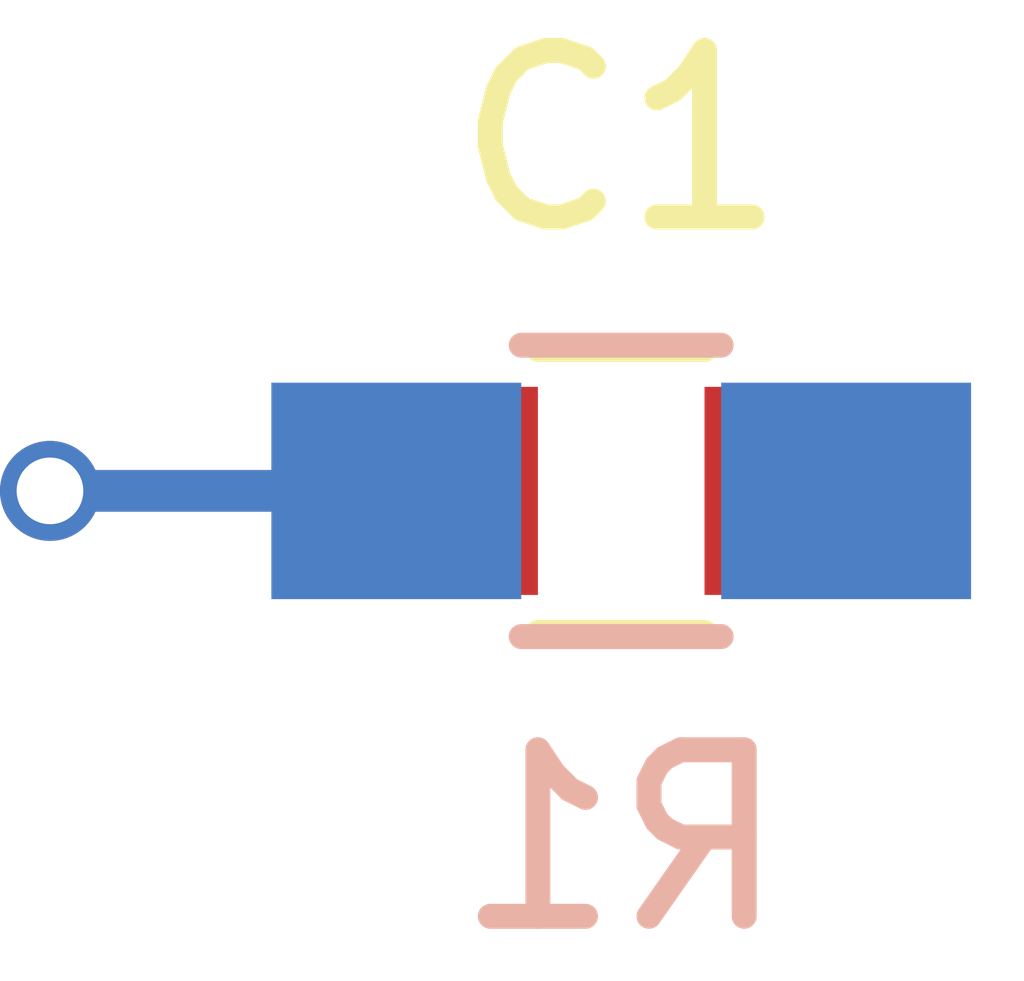
<source format=kicad_pcb>
(kicad_pcb (version 4) (host pcbnew 4.0.6+dfsg1-1)

  (general
    (links 1)
    (no_connects 0)
    (area 0 0 0 0)
    (thickness 1.6)
    (drawings 0)
    (tracks 3)
    (zones 0)
    (modules 2)
    (nets 4)
  )

  (page A4)
  (layers
    (0 F.Cu signal)
    (31 B.Cu signal)
    (32 B.Adhes user)
    (33 F.Adhes user)
    (34 B.Paste user)
    (35 F.Paste user)
    (36 B.SilkS user)
    (37 F.SilkS user)
    (38 B.Mask user)
    (39 F.Mask user)
    (40 Dwgs.User user)
    (41 Cmts.User user)
    (42 Eco1.User user)
    (43 Eco2.User user)
    (44 Edge.Cuts user)
    (45 Margin user)
    (46 B.CrtYd user)
    (47 F.CrtYd user)
    (48 B.Fab user)
    (49 F.Fab user)
  )

  (setup
    (last_trace_width 0.25)
    (trace_clearance 0.2)
    (zone_clearance 0.508)
    (zone_45_only no)
    (trace_min 0.2)
    (segment_width 0.2)
    (edge_width 0.15)
    (via_size 0.6)
    (via_drill 0.4)
    (via_min_size 0.4)
    (via_min_drill 0.3)
    (uvia_size 0.3)
    (uvia_drill 0.1)
    (uvias_allowed no)
    (uvia_min_size 0.2)
    (uvia_min_drill 0.1)
    (pcb_text_width 0.3)
    (pcb_text_size 1.5 1.5)
    (mod_edge_width 0.15)
    (mod_text_size 1 1)
    (mod_text_width 0.15)
    (pad_size 1.524 1.524)
    (pad_drill 0.762)
    (pad_to_mask_clearance 0.2)
    (aux_axis_origin 0 0)
    (grid_origin 144.018 104.394)
    (visible_elements FFFFFF7F)
    (pcbplotparams
      (layerselection 0x00030_80000001)
      (usegerberextensions false)
      (excludeedgelayer true)
      (linewidth 0.100000)
      (plotframeref false)
      (viasonmask false)
      (mode 1)
      (useauxorigin false)
      (hpglpennumber 1)
      (hpglpenspeed 20)
      (hpglpendiameter 15)
      (hpglpenoverlay 2)
      (psnegative false)
      (psa4output false)
      (plotreference true)
      (plotvalue true)
      (plotinvisibletext false)
      (padsonsilk false)
      (subtractmaskfromsilk false)
      (outputformat 1)
      (mirror false)
      (drillshape 1)
      (scaleselection 1)
      (outputdirectory ""))
  )

  (net 0 "")
  (net 1 /Out)
  (net 2 /In)
  (net 3 GND)

  (net_class Default "This is the default net class."
    (clearance 0.2)
    (trace_width 0.25)
    (via_dia 0.6)
    (via_drill 0.4)
    (uvia_dia 0.3)
    (uvia_drill 0.1)
    (add_net /In)
    (add_net /Out)
    (add_net GND)
  )

  (module Capacitors_SMD:C_0805_HandSoldering (layer F.Cu) (tedit 541A9B8D) (tstamp 59BD8F4E)
    (at 148.717 110.617)
    (descr "Capacitor SMD 0805, hand soldering")
    (tags "capacitor 0805")
    (path /5932F0A8)
    (attr smd)
    (fp_text reference C1 (at 0 -2.1) (layer F.SilkS)
      (effects (font (size 1 1) (thickness 0.15)))
    )
    (fp_text value C (at 0 2.1) (layer F.Fab)
      (effects (font (size 1 1) (thickness 0.15)))
    )
    (fp_line (start -2.3 -1) (end 2.3 -1) (layer F.CrtYd) (width 0.05))
    (fp_line (start -2.3 1) (end 2.3 1) (layer F.CrtYd) (width 0.05))
    (fp_line (start -2.3 -1) (end -2.3 1) (layer F.CrtYd) (width 0.05))
    (fp_line (start 2.3 -1) (end 2.3 1) (layer F.CrtYd) (width 0.05))
    (fp_line (start 0.5 -0.85) (end -0.5 -0.85) (layer F.SilkS) (width 0.15))
    (fp_line (start -0.5 0.85) (end 0.5 0.85) (layer F.SilkS) (width 0.15))
    (pad 1 smd rect (at -1.25 0) (size 1.5 1.25) (layers F.Cu F.Paste F.Mask)
      (net 1 /Out))
    (pad 2 smd rect (at 1.25 0) (size 1.5 1.25) (layers F.Cu F.Paste F.Mask)
      (net 3 GND))
    (model Capacitors_SMD.3dshapes/C_0805_HandSoldering.wrl
      (at (xyz 0 0 0))
      (scale (xyz 1 1 1))
      (rotate (xyz 0 0 0))
    )
  )

  (module Resistors_SMD:R_0805_HandSoldering (layer B.Cu) (tedit 54189DEE) (tstamp 59BD8F5A)
    (at 148.717 110.617)
    (descr "Resistor SMD 0805, hand soldering")
    (tags "resistor 0805")
    (path /5932F03B)
    (attr smd)
    (fp_text reference R1 (at 0 2.1) (layer B.SilkS)
      (effects (font (size 1 1) (thickness 0.15)) (justify mirror))
    )
    (fp_text value R (at 0 -2.1) (layer B.Fab)
      (effects (font (size 1 1) (thickness 0.15)) (justify mirror))
    )
    (fp_line (start -2.4 1) (end 2.4 1) (layer B.CrtYd) (width 0.05))
    (fp_line (start -2.4 -1) (end 2.4 -1) (layer B.CrtYd) (width 0.05))
    (fp_line (start -2.4 1) (end -2.4 -1) (layer B.CrtYd) (width 0.05))
    (fp_line (start 2.4 1) (end 2.4 -1) (layer B.CrtYd) (width 0.05))
    (fp_line (start 0.6 -0.875) (end -0.6 -0.875) (layer B.SilkS) (width 0.15))
    (fp_line (start -0.6 0.875) (end 0.6 0.875) (layer B.SilkS) (width 0.15))
    (pad 1 smd rect (at -1.35 0) (size 1.5 1.3) (layers B.Cu B.Paste B.Mask)
      (net 1 /Out))
    (pad 2 smd rect (at 1.35 0) (size 1.5 1.3) (layers B.Cu B.Paste B.Mask)
      (net 2 /In))
    (model Resistors_SMD.3dshapes/R_0805_HandSoldering.wrl
      (at (xyz 0 0 0))
      (scale (xyz 1 1 1))
      (rotate (xyz 0 0 0))
    )
  )

  (segment (start 147.467 110.617) (end 145.288 110.617) (width 0.25) (layer F.Cu) (net 1))
  (segment (start 145.288 110.617) (end 147.367 110.617) (width 0.25) (layer B.Cu) (net 1) (tstamp 59BD8F91))
  (via (at 145.288 110.617) (size 0.6) (drill 0.4) (layers F.Cu B.Cu) (net 1))

)

</source>
